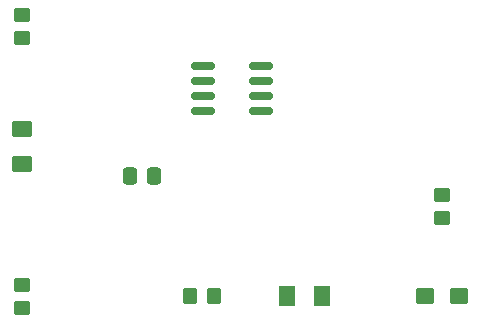
<source format=gbr>
%TF.GenerationSoftware,KiCad,Pcbnew,(6.0.10-0)*%
%TF.CreationDate,2023-02-17T09:30:26-08:00*%
%TF.ProjectId,Exercise 2,45786572-6369-4736-9520-322e6b696361,rev?*%
%TF.SameCoordinates,Original*%
%TF.FileFunction,Paste,Top*%
%TF.FilePolarity,Positive*%
%FSLAX46Y46*%
G04 Gerber Fmt 4.6, Leading zero omitted, Abs format (unit mm)*
G04 Created by KiCad (PCBNEW (6.0.10-0)) date 2023-02-17 09:30:26*
%MOMM*%
%LPD*%
G01*
G04 APERTURE LIST*
G04 Aperture macros list*
%AMRoundRect*
0 Rectangle with rounded corners*
0 $1 Rounding radius*
0 $2 $3 $4 $5 $6 $7 $8 $9 X,Y pos of 4 corners*
0 Add a 4 corners polygon primitive as box body*
4,1,4,$2,$3,$4,$5,$6,$7,$8,$9,$2,$3,0*
0 Add four circle primitives for the rounded corners*
1,1,$1+$1,$2,$3*
1,1,$1+$1,$4,$5*
1,1,$1+$1,$6,$7*
1,1,$1+$1,$8,$9*
0 Add four rect primitives between the rounded corners*
20,1,$1+$1,$2,$3,$4,$5,0*
20,1,$1+$1,$4,$5,$6,$7,0*
20,1,$1+$1,$6,$7,$8,$9,0*
20,1,$1+$1,$8,$9,$2,$3,0*%
G04 Aperture macros list end*
%ADD10RoundRect,0.250000X-0.450000X0.350000X-0.450000X-0.350000X0.450000X-0.350000X0.450000X0.350000X0*%
%ADD11RoundRect,0.250001X0.624999X-0.462499X0.624999X0.462499X-0.624999X0.462499X-0.624999X-0.462499X0*%
%ADD12RoundRect,0.250000X0.450000X-0.350000X0.450000X0.350000X-0.450000X0.350000X-0.450000X-0.350000X0*%
%ADD13RoundRect,0.250000X-0.350000X-0.450000X0.350000X-0.450000X0.350000X0.450000X-0.350000X0.450000X0*%
%ADD14RoundRect,0.250001X0.462499X0.624999X-0.462499X0.624999X-0.462499X-0.624999X0.462499X-0.624999X0*%
%ADD15RoundRect,0.150000X0.825000X0.150000X-0.825000X0.150000X-0.825000X-0.150000X0.825000X-0.150000X0*%
%ADD16RoundRect,0.250000X0.537500X0.425000X-0.537500X0.425000X-0.537500X-0.425000X0.537500X-0.425000X0*%
%ADD17RoundRect,0.250000X-0.337500X-0.475000X0.337500X-0.475000X0.337500X0.475000X-0.337500X0.475000X0*%
G04 APERTURE END LIST*
D10*
%TO.C,R3*%
X132080000Y-75200000D03*
X132080000Y-77200000D03*
%TD*%
D11*
%TO.C,D1*%
X132080000Y-64987500D03*
X132080000Y-62012500D03*
%TD*%
D12*
%TO.C,R1*%
X132080000Y-54340000D03*
X132080000Y-52340000D03*
%TD*%
D13*
%TO.C,R4*%
X146320000Y-76200000D03*
X148320000Y-76200000D03*
%TD*%
D14*
%TO.C,D2*%
X157480000Y-76200000D03*
X154505000Y-76200000D03*
%TD*%
D15*
%TO.C,U1*%
X152365000Y-60545000D03*
X152365000Y-59275000D03*
X152365000Y-58005000D03*
X152365000Y-56735000D03*
X147415000Y-56735000D03*
X147415000Y-58005000D03*
X147415000Y-59275000D03*
X147415000Y-60545000D03*
%TD*%
D16*
%TO.C,C1*%
X169077500Y-76200000D03*
X166202500Y-76200000D03*
%TD*%
D17*
%TO.C,C2*%
X141202500Y-66040000D03*
X143277500Y-66040000D03*
%TD*%
D12*
%TO.C,R2*%
X167640000Y-69580000D03*
X167640000Y-67580000D03*
%TD*%
M02*

</source>
